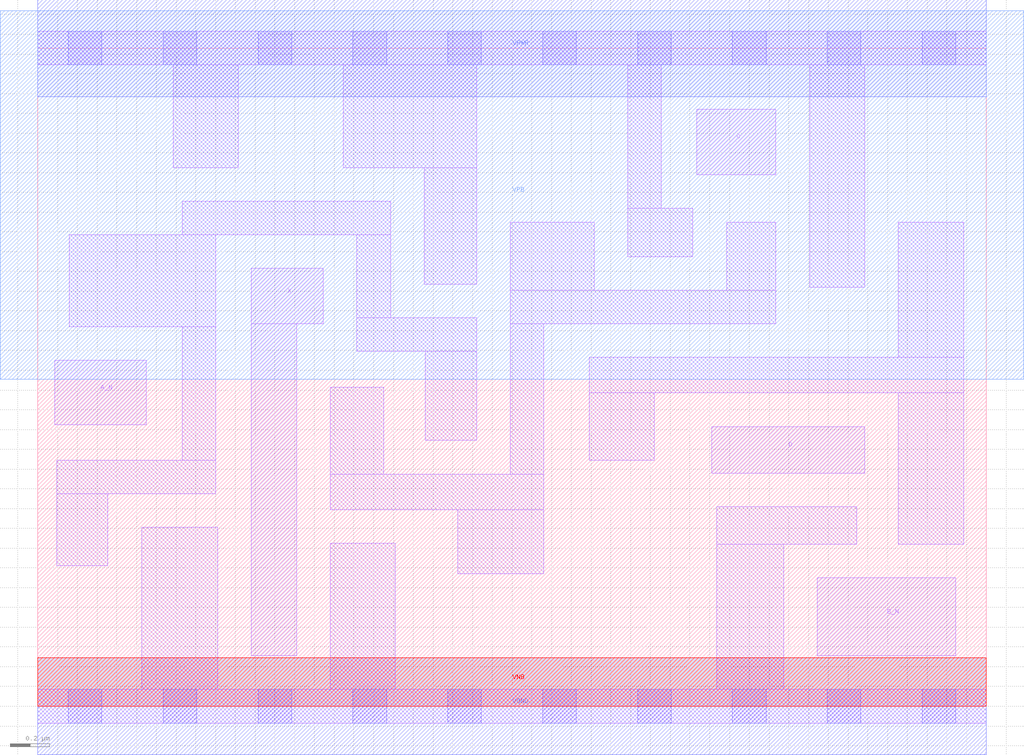
<source format=lef>
# Copyright 2020 The SkyWater PDK Authors
#
# Licensed under the Apache License, Version 2.0 (the "License");
# you may not use this file except in compliance with the License.
# You may obtain a copy of the License at
#
#     https://www.apache.org/licenses/LICENSE-2.0
#
# Unless required by applicable law or agreed to in writing, software
# distributed under the License is distributed on an "AS IS" BASIS,
# WITHOUT WARRANTIES OR CONDITIONS OF ANY KIND, either express or implied.
# See the License for the specific language governing permissions and
# limitations under the License.
#
# SPDX-License-Identifier: Apache-2.0

VERSION 5.7 ;
  NOWIREEXTENSIONATPIN ON ;
  DIVIDERCHAR "/" ;
  BUSBITCHARS "[]" ;
MACRO sky130_fd_sc_lp__and4bb_2
  CLASS CORE ;
  FOREIGN sky130_fd_sc_lp__and4bb_2 ;
  ORIGIN  0.000000  0.000000 ;
  SIZE  4.800000 BY  3.330000 ;
  SYMMETRY X Y R90 ;
  SITE unit ;
  PIN A_N
    ANTENNAGATEAREA  0.126000 ;
    DIRECTION INPUT ;
    USE SIGNAL ;
    PORT
      LAYER li1 ;
        RECT 0.085000 1.425000 0.550000 1.750000 ;
    END
  END A_N
  PIN B_N
    ANTENNAGATEAREA  0.126000 ;
    DIRECTION INPUT ;
    USE SIGNAL ;
    PORT
      LAYER li1 ;
        RECT 3.945000 0.255000 4.645000 0.650000 ;
    END
  END B_N
  PIN C
    ANTENNAGATEAREA  0.126000 ;
    DIRECTION INPUT ;
    USE SIGNAL ;
    PORT
      LAYER li1 ;
        RECT 3.335000 2.690000 3.735000 3.020000 ;
    END
  END C
  PIN D
    ANTENNAGATEAREA  0.126000 ;
    DIRECTION INPUT ;
    USE SIGNAL ;
    PORT
      LAYER li1 ;
        RECT 3.410000 1.180000 4.185000 1.415000 ;
    END
  END D
  PIN X
    ANTENNADIFFAREA  0.588000 ;
    DIRECTION OUTPUT ;
    USE SIGNAL ;
    PORT
      LAYER li1 ;
        RECT 1.080000 0.255000 1.310000 1.935000 ;
        RECT 1.080000 1.935000 1.445000 2.215000 ;
    END
  END X
  PIN VGND
    DIRECTION INOUT ;
    USE GROUND ;
    PORT
      LAYER met1 ;
        RECT 0.000000 -0.245000 4.800000 0.245000 ;
    END
  END VGND
  PIN VNB
    DIRECTION INOUT ;
    USE GROUND ;
    PORT
      LAYER pwell ;
        RECT 0.000000 0.000000 4.800000 0.245000 ;
    END
  END VNB
  PIN VPB
    DIRECTION INOUT ;
    USE POWER ;
    PORT
      LAYER nwell ;
        RECT -0.190000 1.655000 4.990000 3.520000 ;
    END
  END VPB
  PIN VPWR
    DIRECTION INOUT ;
    USE POWER ;
    PORT
      LAYER met1 ;
        RECT 0.000000 3.085000 4.800000 3.575000 ;
    END
  END VPWR
  OBS
    LAYER li1 ;
      RECT 0.000000 -0.085000 4.800000 0.085000 ;
      RECT 0.000000  3.245000 4.800000 3.415000 ;
      RECT 0.095000  0.710000 0.355000 1.075000 ;
      RECT 0.095000  1.075000 0.900000 1.245000 ;
      RECT 0.160000  1.920000 0.900000 2.385000 ;
      RECT 0.525000  0.085000 0.910000 0.905000 ;
      RECT 0.685000  2.725000 1.015000 3.245000 ;
      RECT 0.730000  1.245000 0.900000 1.920000 ;
      RECT 0.730000  2.385000 1.785000 2.555000 ;
      RECT 1.480000  0.085000 1.810000 0.825000 ;
      RECT 1.480000  0.995000 2.560000 1.175000 ;
      RECT 1.480000  1.175000 1.750000 1.615000 ;
      RECT 1.545000  2.725000 2.220000 3.245000 ;
      RECT 1.615000  1.795000 2.220000 1.965000 ;
      RECT 1.615000  1.965000 1.785000 2.385000 ;
      RECT 1.955000  2.135000 2.220000 2.725000 ;
      RECT 1.960000  1.345000 2.220000 1.795000 ;
      RECT 2.125000  0.670000 2.560000 0.995000 ;
      RECT 2.390000  1.175000 2.560000 1.935000 ;
      RECT 2.390000  1.935000 3.735000 2.105000 ;
      RECT 2.390000  2.105000 2.815000 2.450000 ;
      RECT 2.790000  1.245000 3.120000 1.585000 ;
      RECT 2.790000  1.585000 4.685000 1.765000 ;
      RECT 2.985000  2.275000 3.315000 2.520000 ;
      RECT 2.985000  2.520000 3.155000 3.245000 ;
      RECT 3.435000  0.085000 3.775000 0.820000 ;
      RECT 3.435000  0.820000 4.145000 1.010000 ;
      RECT 3.485000  2.105000 3.735000 2.450000 ;
      RECT 3.905000  2.120000 4.185000 3.245000 ;
      RECT 4.355000  0.820000 4.685000 1.585000 ;
      RECT 4.355000  1.765000 4.685000 2.450000 ;
    LAYER mcon ;
      RECT 0.155000 -0.085000 0.325000 0.085000 ;
      RECT 0.155000  3.245000 0.325000 3.415000 ;
      RECT 0.635000 -0.085000 0.805000 0.085000 ;
      RECT 0.635000  3.245000 0.805000 3.415000 ;
      RECT 1.115000 -0.085000 1.285000 0.085000 ;
      RECT 1.115000  3.245000 1.285000 3.415000 ;
      RECT 1.595000 -0.085000 1.765000 0.085000 ;
      RECT 1.595000  3.245000 1.765000 3.415000 ;
      RECT 2.075000 -0.085000 2.245000 0.085000 ;
      RECT 2.075000  3.245000 2.245000 3.415000 ;
      RECT 2.555000 -0.085000 2.725000 0.085000 ;
      RECT 2.555000  3.245000 2.725000 3.415000 ;
      RECT 3.035000 -0.085000 3.205000 0.085000 ;
      RECT 3.035000  3.245000 3.205000 3.415000 ;
      RECT 3.515000 -0.085000 3.685000 0.085000 ;
      RECT 3.515000  3.245000 3.685000 3.415000 ;
      RECT 3.995000 -0.085000 4.165000 0.085000 ;
      RECT 3.995000  3.245000 4.165000 3.415000 ;
      RECT 4.475000 -0.085000 4.645000 0.085000 ;
      RECT 4.475000  3.245000 4.645000 3.415000 ;
  END
END sky130_fd_sc_lp__and4bb_2
END LIBRARY

</source>
